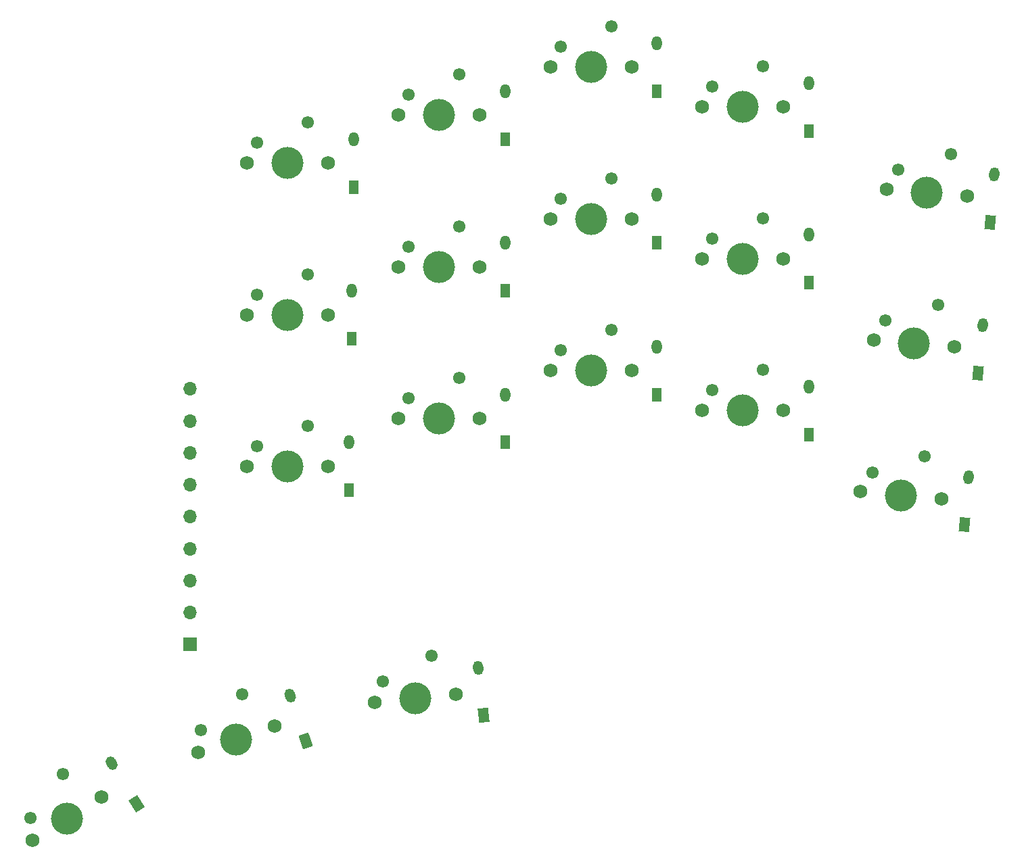
<source format=gbr>
%TF.GenerationSoftware,KiCad,Pcbnew,7.0.7*%
%TF.CreationDate,2023-11-23T18:27:24-07:00*%
%TF.ProjectId,TypeStationX - Right,54797065-5374-4617-9469-6f6e58202d20,rev?*%
%TF.SameCoordinates,Original*%
%TF.FileFunction,Soldermask,Top*%
%TF.FilePolarity,Negative*%
%FSLAX46Y46*%
G04 Gerber Fmt 4.6, Leading zero omitted, Abs format (unit mm)*
G04 Created by KiCad (PCBNEW 7.0.7) date 2023-11-23 18:27:24*
%MOMM*%
%LPD*%
G01*
G04 APERTURE LIST*
G04 Aperture macros list*
%AMHorizOval*
0 Thick line with rounded ends*
0 $1 width*
0 $2 $3 position (X,Y) of the first rounded end (center of the circle)*
0 $4 $5 position (X,Y) of the second rounded end (center of the circle)*
0 Add line between two ends*
20,1,$1,$2,$3,$4,$5,0*
0 Add two circle primitives to create the rounded ends*
1,1,$1,$2,$3*
1,1,$1,$4,$5*%
%AMRotRect*
0 Rectangle, with rotation*
0 The origin of the aperture is its center*
0 $1 length*
0 $2 width*
0 $3 Rotation angle, in degrees counterclockwise*
0 Add horizontal line*
21,1,$1,$2,0,0,$3*%
G04 Aperture macros list end*
%ADD10C,1.750000*%
%ADD11C,1.550000*%
%ADD12C,4.000000*%
%ADD13R,1.300000X1.778000*%
%ADD14O,1.300000X1.778000*%
%ADD15RotRect,1.778000X1.300000X96.000000*%
%ADD16HorizOval,1.300000X-0.024982X0.237691X0.024982X-0.237691X0*%
%ADD17RotRect,1.778000X1.300000X85.000000*%
%ADD18HorizOval,1.300000X0.020830X0.238091X-0.020830X-0.238091X0*%
%ADD19RotRect,1.778000X1.300000X109.000000*%
%ADD20HorizOval,1.300000X-0.077811X0.225979X0.077811X-0.225979X0*%
%ADD21R,1.700000X1.700000*%
%ADD22O,1.700000X1.700000*%
%ADD23RotRect,1.778000X1.300000X122.000000*%
%ADD24HorizOval,1.300000X-0.126651X0.202683X0.126651X-0.202683X0*%
G04 APERTURE END LIST*
D10*
%TO.C,S31*%
X245375964Y-94699079D03*
D11*
X246645964Y-92159079D03*
D12*
X250455964Y-94699079D03*
D11*
X252995964Y-89619079D03*
D10*
X255535964Y-94699079D03*
%TD*%
%TO.C,S22*%
X207375964Y-57699079D03*
D11*
X208645964Y-55159079D03*
D12*
X212455964Y-57699079D03*
D11*
X214995964Y-52619079D03*
D10*
X217535964Y-57699079D03*
%TD*%
%TO.C,S25*%
X226375964Y-51699079D03*
D11*
X227645964Y-49159079D03*
D12*
X231455964Y-51699079D03*
D11*
X233995964Y-46619079D03*
D10*
X236535964Y-51699079D03*
%TD*%
%TO.C,S28*%
X161571771Y-148533594D03*
D11*
X161302797Y-145706554D03*
D12*
X165879855Y-145841604D03*
D11*
X165341907Y-140187525D03*
D10*
X170187939Y-143149614D03*
%TD*%
%TO.C,S34*%
X266839453Y-85871322D03*
D11*
X268325996Y-83451675D03*
D12*
X271900122Y-86314073D03*
D11*
X274873208Y-81474780D03*
D10*
X276960791Y-86756824D03*
%TD*%
%TO.C,S23*%
X207375964Y-76699079D03*
D11*
X208645964Y-74159079D03*
D12*
X212455964Y-76699079D03*
D11*
X214995964Y-71619079D03*
D10*
X217535964Y-76699079D03*
%TD*%
%TO.C,S30*%
X245375964Y-75699079D03*
D11*
X246645964Y-73159079D03*
D12*
X250455964Y-75699079D03*
D11*
X252995964Y-70619079D03*
D10*
X255535964Y-75699079D03*
%TD*%
%TO.C,S19*%
X188375962Y-63699079D03*
D11*
X189645962Y-61159079D03*
D12*
X193455962Y-63699079D03*
D11*
X195995962Y-58619079D03*
D10*
X198535962Y-63699079D03*
%TD*%
%TO.C,S26*%
X226375964Y-70699079D03*
D11*
X227645964Y-68159079D03*
D12*
X231455964Y-70699079D03*
D11*
X233995964Y-65619079D03*
D10*
X236535964Y-70699079D03*
%TD*%
%TO.C,S21*%
X188375962Y-101699079D03*
D11*
X189645962Y-99159079D03*
D12*
X193455962Y-101699079D03*
D11*
X195995962Y-96619079D03*
D10*
X198535962Y-101699079D03*
%TD*%
%TO.C,S32*%
X182260109Y-137557880D03*
D11*
X182633974Y-134742791D03*
D12*
X187063343Y-135903994D03*
D11*
X187811074Y-130273817D03*
D10*
X191866577Y-134250108D03*
%TD*%
%TO.C,S27*%
X226375964Y-89699079D03*
D11*
X227645964Y-87159079D03*
D12*
X231455964Y-89699079D03*
D11*
X233995964Y-84619079D03*
D10*
X236535964Y-89699079D03*
%TD*%
%TO.C,S35*%
X265191437Y-104868741D03*
D11*
X266677980Y-102449094D03*
D12*
X270252106Y-105311492D03*
D11*
X273225192Y-100472199D03*
D10*
X275312775Y-105754243D03*
%TD*%
%TO.C,S20*%
X188375962Y-82699079D03*
D11*
X189645962Y-80159079D03*
D12*
X193455962Y-82699079D03*
D11*
X195995962Y-77619079D03*
D10*
X198535962Y-82699079D03*
%TD*%
%TO.C,S29*%
X245375964Y-56699079D03*
D11*
X246645964Y-54159079D03*
D12*
X250455964Y-56699079D03*
D11*
X252995964Y-51619079D03*
D10*
X255535964Y-56699079D03*
%TD*%
%TO.C,S33*%
X268448678Y-66965221D03*
D11*
X269935221Y-64545574D03*
D12*
X273509347Y-67407972D03*
D11*
X276482433Y-62568679D03*
D10*
X278570016Y-67850723D03*
%TD*%
%TO.C,S36*%
X204408860Y-131279606D03*
D11*
X205406400Y-128620769D03*
D12*
X209461031Y-130748601D03*
D11*
X211456112Y-125430927D03*
D10*
X214513202Y-130217596D03*
%TD*%
%TO.C,S24*%
X207375964Y-95699079D03*
D11*
X208645964Y-93159079D03*
D12*
X212455964Y-95699079D03*
D11*
X214995964Y-90619079D03*
D10*
X217535964Y-95699079D03*
%TD*%
D13*
%TO.C,D19*%
X201723227Y-66699079D03*
D14*
X201723227Y-60699079D03*
%TD*%
D13*
%TO.C,D23*%
X220723227Y-98699079D03*
D14*
X220723227Y-92699079D03*
%TD*%
D13*
%TO.C,D28*%
X258723227Y-59695448D03*
D14*
X258723227Y-53695448D03*
%TD*%
D13*
%TO.C,D20*%
X201523227Y-85699079D03*
D14*
X201523227Y-79699079D03*
%TD*%
D13*
%TO.C,D29*%
X258723227Y-78695448D03*
D14*
X258723227Y-72695448D03*
%TD*%
D13*
%TO.C,D36*%
X201123227Y-104699079D03*
D14*
X201123227Y-98699079D03*
%TD*%
D15*
%TO.C,D35*%
X217992546Y-132868428D03*
D16*
X217365376Y-126901296D03*
%TD*%
D17*
%TO.C,D34*%
X278189688Y-109017399D03*
D18*
X278712622Y-103040231D03*
%TD*%
D17*
%TO.C,D32*%
X281431367Y-71112518D03*
D18*
X281954301Y-65135350D03*
%TD*%
D19*
%TO.C,D31*%
X195784455Y-136073937D03*
D20*
X193831047Y-130400825D03*
%TD*%
D13*
%TO.C,D22*%
X220723227Y-79695448D03*
D14*
X220723227Y-73695448D03*
%TD*%
D17*
%TO.C,D33*%
X279938688Y-90028816D03*
D18*
X280461622Y-84051648D03*
%TD*%
D13*
%TO.C,D21*%
X220723227Y-60699079D03*
D14*
X220723227Y-54699079D03*
%TD*%
D21*
%TO.C,J2*%
X181275976Y-124000000D03*
D22*
X181275976Y-120000000D03*
X181275976Y-116000000D03*
X181275976Y-112000000D03*
X181275976Y-108000000D03*
X181275976Y-104000000D03*
X181275976Y-100000000D03*
X181275976Y-96000000D03*
X181275976Y-92000000D03*
%TD*%
D13*
%TO.C,D25*%
X239723227Y-73699079D03*
D14*
X239723227Y-67699079D03*
%TD*%
D23*
%TO.C,D27*%
X174612914Y-143922118D03*
D24*
X171433398Y-138833830D03*
%TD*%
D13*
%TO.C,D24*%
X239723227Y-54699079D03*
D14*
X239723227Y-48699079D03*
%TD*%
D13*
%TO.C,D26*%
X239723227Y-92699079D03*
D14*
X239723227Y-86699079D03*
%TD*%
D13*
%TO.C,D30*%
X258723227Y-97699079D03*
D14*
X258723227Y-91699079D03*
%TD*%
M02*

</source>
